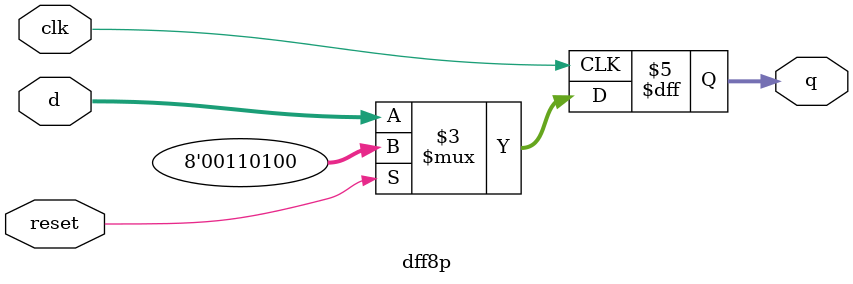
<source format=sv>
module dff8p (
	input            clk,
	input            reset,
	input      [7:0] d,
	output reg [7:0] q
);

	always @ (negedge clk) begin
		if (reset) begin
			q <= 8'h34;
		end
		else begin
			q <= d;
		end
	end

endmodule
</source>
